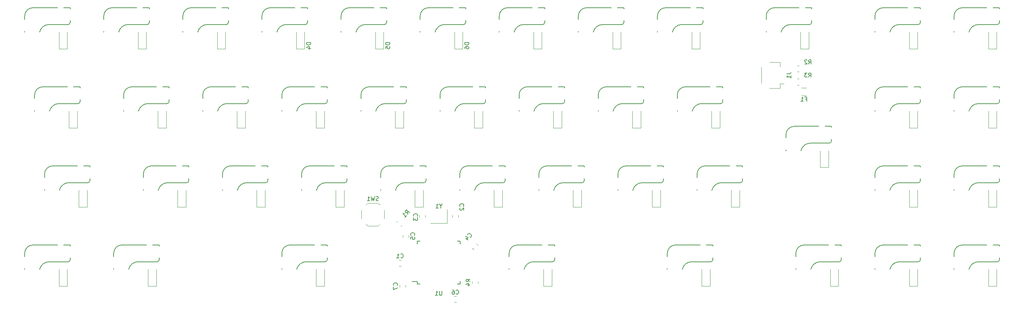
<source format=gbr>
%TF.GenerationSoftware,KiCad,Pcbnew,7.0.6*%
%TF.CreationDate,2023-07-09T11:59:42+02:00*%
%TF.ProjectId,cursed-scandinavian-iso-van,63757273-6564-42d7-9363-616e64696e61,rev?*%
%TF.SameCoordinates,Original*%
%TF.FileFunction,Legend,Bot*%
%TF.FilePolarity,Positive*%
%FSLAX46Y46*%
G04 Gerber Fmt 4.6, Leading zero omitted, Abs format (unit mm)*
G04 Created by KiCad (PCBNEW 7.0.6) date 2023-07-09 11:59:42*
%MOMM*%
%LPD*%
G01*
G04 APERTURE LIST*
%ADD10C,0.150000*%
%ADD11C,0.120000*%
G04 APERTURE END LIST*
D10*
X127476190Y-74366129D02*
X127476190Y-74842320D01*
X127809523Y-73842320D02*
X127476190Y-74366129D01*
X127476190Y-74366129D02*
X127142857Y-73842320D01*
X126285714Y-74842320D02*
X126857142Y-74842320D01*
X126571428Y-74842320D02*
X126571428Y-73842320D01*
X126571428Y-73842320D02*
X126666666Y-73985177D01*
X126666666Y-73985177D02*
X126761904Y-74080415D01*
X126761904Y-74080415D02*
X126857142Y-74128034D01*
X127730654Y-94867319D02*
X127730654Y-95676842D01*
X127730654Y-95676842D02*
X127683035Y-95772080D01*
X127683035Y-95772080D02*
X127635416Y-95819700D01*
X127635416Y-95819700D02*
X127540178Y-95867319D01*
X127540178Y-95867319D02*
X127349702Y-95867319D01*
X127349702Y-95867319D02*
X127254464Y-95819700D01*
X127254464Y-95819700D02*
X127206845Y-95772080D01*
X127206845Y-95772080D02*
X127159226Y-95676842D01*
X127159226Y-95676842D02*
X127159226Y-94867319D01*
X126159226Y-95867319D02*
X126730654Y-95867319D01*
X126444940Y-95867319D02*
X126444940Y-94867319D01*
X126444940Y-94867319D02*
X126540178Y-95010176D01*
X126540178Y-95010176D02*
X126635416Y-95105414D01*
X126635416Y-95105414D02*
X126730654Y-95153033D01*
X112433331Y-73050949D02*
X112290474Y-73098568D01*
X112290474Y-73098568D02*
X112052379Y-73098568D01*
X112052379Y-73098568D02*
X111957141Y-73050949D01*
X111957141Y-73050949D02*
X111909522Y-73003329D01*
X111909522Y-73003329D02*
X111861903Y-72908091D01*
X111861903Y-72908091D02*
X111861903Y-72812853D01*
X111861903Y-72812853D02*
X111909522Y-72717615D01*
X111909522Y-72717615D02*
X111957141Y-72669996D01*
X111957141Y-72669996D02*
X112052379Y-72622377D01*
X112052379Y-72622377D02*
X112242855Y-72574758D01*
X112242855Y-72574758D02*
X112338093Y-72527139D01*
X112338093Y-72527139D02*
X112385712Y-72479520D01*
X112385712Y-72479520D02*
X112433331Y-72384282D01*
X112433331Y-72384282D02*
X112433331Y-72289044D01*
X112433331Y-72289044D02*
X112385712Y-72193806D01*
X112385712Y-72193806D02*
X112338093Y-72146187D01*
X112338093Y-72146187D02*
X112242855Y-72098568D01*
X112242855Y-72098568D02*
X112004760Y-72098568D01*
X112004760Y-72098568D02*
X111861903Y-72146187D01*
X111528569Y-72098568D02*
X111290474Y-73098568D01*
X111290474Y-73098568D02*
X111099998Y-72384282D01*
X111099998Y-72384282D02*
X110909522Y-73098568D01*
X110909522Y-73098568D02*
X110671427Y-72098568D01*
X109766665Y-73098568D02*
X110338093Y-73098568D01*
X110052379Y-73098568D02*
X110052379Y-72098568D01*
X110052379Y-72098568D02*
X110147617Y-72241425D01*
X110147617Y-72241425D02*
X110242855Y-72336663D01*
X110242855Y-72336663D02*
X110338093Y-72384282D01*
X134536069Y-92583333D02*
X134059878Y-92250000D01*
X134536069Y-92011905D02*
X133536069Y-92011905D01*
X133536069Y-92011905D02*
X133536069Y-92392857D01*
X133536069Y-92392857D02*
X133583688Y-92488095D01*
X133583688Y-92488095D02*
X133631307Y-92535714D01*
X133631307Y-92535714D02*
X133726545Y-92583333D01*
X133726545Y-92583333D02*
X133869402Y-92583333D01*
X133869402Y-92583333D02*
X133964640Y-92535714D01*
X133964640Y-92535714D02*
X134012259Y-92488095D01*
X134012259Y-92488095D02*
X134059878Y-92392857D01*
X134059878Y-92392857D02*
X134059878Y-92011905D01*
X133869402Y-93440476D02*
X134536069Y-93440476D01*
X133488450Y-93202381D02*
X134202735Y-92964286D01*
X134202735Y-92964286D02*
X134202735Y-93583333D01*
X216066666Y-43317319D02*
X216399999Y-42841128D01*
X216638094Y-43317319D02*
X216638094Y-42317319D01*
X216638094Y-42317319D02*
X216257142Y-42317319D01*
X216257142Y-42317319D02*
X216161904Y-42364938D01*
X216161904Y-42364938D02*
X216114285Y-42412557D01*
X216114285Y-42412557D02*
X216066666Y-42507795D01*
X216066666Y-42507795D02*
X216066666Y-42650652D01*
X216066666Y-42650652D02*
X216114285Y-42745890D01*
X216114285Y-42745890D02*
X216161904Y-42793509D01*
X216161904Y-42793509D02*
X216257142Y-42841128D01*
X216257142Y-42841128D02*
X216638094Y-42841128D01*
X215733332Y-42317319D02*
X215114285Y-42317319D01*
X215114285Y-42317319D02*
X215447618Y-42698271D01*
X215447618Y-42698271D02*
X215304761Y-42698271D01*
X215304761Y-42698271D02*
X215209523Y-42745890D01*
X215209523Y-42745890D02*
X215161904Y-42793509D01*
X215161904Y-42793509D02*
X215114285Y-42888747D01*
X215114285Y-42888747D02*
X215114285Y-43126842D01*
X215114285Y-43126842D02*
X215161904Y-43222080D01*
X215161904Y-43222080D02*
X215209523Y-43269700D01*
X215209523Y-43269700D02*
X215304761Y-43317319D01*
X215304761Y-43317319D02*
X215590475Y-43317319D01*
X215590475Y-43317319D02*
X215685713Y-43269700D01*
X215685713Y-43269700D02*
X215733332Y-43222080D01*
X216066666Y-40142319D02*
X216399999Y-39666128D01*
X216638094Y-40142319D02*
X216638094Y-39142319D01*
X216638094Y-39142319D02*
X216257142Y-39142319D01*
X216257142Y-39142319D02*
X216161904Y-39189938D01*
X216161904Y-39189938D02*
X216114285Y-39237557D01*
X216114285Y-39237557D02*
X216066666Y-39332795D01*
X216066666Y-39332795D02*
X216066666Y-39475652D01*
X216066666Y-39475652D02*
X216114285Y-39570890D01*
X216114285Y-39570890D02*
X216161904Y-39618509D01*
X216161904Y-39618509D02*
X216257142Y-39666128D01*
X216257142Y-39666128D02*
X216638094Y-39666128D01*
X215685713Y-39237557D02*
X215638094Y-39189938D01*
X215638094Y-39189938D02*
X215542856Y-39142319D01*
X215542856Y-39142319D02*
X215304761Y-39142319D01*
X215304761Y-39142319D02*
X215209523Y-39189938D01*
X215209523Y-39189938D02*
X215161904Y-39237557D01*
X215161904Y-39237557D02*
X215114285Y-39332795D01*
X215114285Y-39332795D02*
X215114285Y-39428033D01*
X215114285Y-39428033D02*
X215161904Y-39570890D01*
X215161904Y-39570890D02*
X215733332Y-40142319D01*
X215733332Y-40142319D02*
X215114285Y-40142319D01*
X119501956Y-76403754D02*
X119400941Y-75831335D01*
X119906017Y-75999693D02*
X119198910Y-75292587D01*
X119198910Y-75292587D02*
X118929536Y-75561961D01*
X118929536Y-75561961D02*
X118895864Y-75662976D01*
X118895864Y-75662976D02*
X118895864Y-75730319D01*
X118895864Y-75730319D02*
X118929536Y-75831335D01*
X118929536Y-75831335D02*
X119030551Y-75932350D01*
X119030551Y-75932350D02*
X119131567Y-75966022D01*
X119131567Y-75966022D02*
X119198910Y-75966022D01*
X119198910Y-75966022D02*
X119299925Y-75932350D01*
X119299925Y-75932350D02*
X119569299Y-75662976D01*
X118828521Y-77077189D02*
X119232582Y-76673128D01*
X119030551Y-76875159D02*
X118323445Y-76168052D01*
X118323445Y-76168052D02*
X118491803Y-76201724D01*
X118491803Y-76201724D02*
X118626490Y-76201724D01*
X118626490Y-76201724D02*
X118727506Y-76168052D01*
X210791069Y-42529166D02*
X211505354Y-42529166D01*
X211505354Y-42529166D02*
X211648211Y-42481547D01*
X211648211Y-42481547D02*
X211743450Y-42386309D01*
X211743450Y-42386309D02*
X211791069Y-42243452D01*
X211791069Y-42243452D02*
X211791069Y-42148214D01*
X211791069Y-43529166D02*
X211791069Y-42957738D01*
X211791069Y-43243452D02*
X210791069Y-43243452D01*
X210791069Y-43243452D02*
X210933926Y-43148214D01*
X210933926Y-43148214D02*
X211029164Y-43052976D01*
X211029164Y-43052976D02*
X211076783Y-42957738D01*
X215252083Y-48582259D02*
X215585416Y-48582259D01*
X215585416Y-49106069D02*
X215585416Y-48106069D01*
X215585416Y-48106069D02*
X215109226Y-48106069D01*
X214204464Y-49106069D02*
X214775892Y-49106069D01*
X214490178Y-49106069D02*
X214490178Y-48106069D01*
X214490178Y-48106069D02*
X214585416Y-48248926D01*
X214585416Y-48248926D02*
X214680654Y-48344164D01*
X214680654Y-48344164D02*
X214775892Y-48391783D01*
X134217319Y-34980655D02*
X133217319Y-34980655D01*
X133217319Y-34980655D02*
X133217319Y-35218750D01*
X133217319Y-35218750D02*
X133264938Y-35361607D01*
X133264938Y-35361607D02*
X133360176Y-35456845D01*
X133360176Y-35456845D02*
X133455414Y-35504464D01*
X133455414Y-35504464D02*
X133645890Y-35552083D01*
X133645890Y-35552083D02*
X133788747Y-35552083D01*
X133788747Y-35552083D02*
X133979223Y-35504464D01*
X133979223Y-35504464D02*
X134074461Y-35456845D01*
X134074461Y-35456845D02*
X134169700Y-35361607D01*
X134169700Y-35361607D02*
X134217319Y-35218750D01*
X134217319Y-35218750D02*
X134217319Y-34980655D01*
X133217319Y-36409226D02*
X133217319Y-36218750D01*
X133217319Y-36218750D02*
X133264938Y-36123512D01*
X133264938Y-36123512D02*
X133312557Y-36075893D01*
X133312557Y-36075893D02*
X133455414Y-35980655D01*
X133455414Y-35980655D02*
X133645890Y-35933036D01*
X133645890Y-35933036D02*
X134026842Y-35933036D01*
X134026842Y-35933036D02*
X134122080Y-35980655D01*
X134122080Y-35980655D02*
X134169700Y-36028274D01*
X134169700Y-36028274D02*
X134217319Y-36123512D01*
X134217319Y-36123512D02*
X134217319Y-36313988D01*
X134217319Y-36313988D02*
X134169700Y-36409226D01*
X134169700Y-36409226D02*
X134122080Y-36456845D01*
X134122080Y-36456845D02*
X134026842Y-36504464D01*
X134026842Y-36504464D02*
X133788747Y-36504464D01*
X133788747Y-36504464D02*
X133693509Y-36456845D01*
X133693509Y-36456845D02*
X133645890Y-36409226D01*
X133645890Y-36409226D02*
X133598271Y-36313988D01*
X133598271Y-36313988D02*
X133598271Y-36123512D01*
X133598271Y-36123512D02*
X133645890Y-36028274D01*
X133645890Y-36028274D02*
X133693509Y-35980655D01*
X133693509Y-35980655D02*
X133788747Y-35933036D01*
X115167319Y-34980655D02*
X114167319Y-34980655D01*
X114167319Y-34980655D02*
X114167319Y-35218750D01*
X114167319Y-35218750D02*
X114214938Y-35361607D01*
X114214938Y-35361607D02*
X114310176Y-35456845D01*
X114310176Y-35456845D02*
X114405414Y-35504464D01*
X114405414Y-35504464D02*
X114595890Y-35552083D01*
X114595890Y-35552083D02*
X114738747Y-35552083D01*
X114738747Y-35552083D02*
X114929223Y-35504464D01*
X114929223Y-35504464D02*
X115024461Y-35456845D01*
X115024461Y-35456845D02*
X115119700Y-35361607D01*
X115119700Y-35361607D02*
X115167319Y-35218750D01*
X115167319Y-35218750D02*
X115167319Y-34980655D01*
X114167319Y-36456845D02*
X114167319Y-35980655D01*
X114167319Y-35980655D02*
X114643509Y-35933036D01*
X114643509Y-35933036D02*
X114595890Y-35980655D01*
X114595890Y-35980655D02*
X114548271Y-36075893D01*
X114548271Y-36075893D02*
X114548271Y-36313988D01*
X114548271Y-36313988D02*
X114595890Y-36409226D01*
X114595890Y-36409226D02*
X114643509Y-36456845D01*
X114643509Y-36456845D02*
X114738747Y-36504464D01*
X114738747Y-36504464D02*
X114976842Y-36504464D01*
X114976842Y-36504464D02*
X115072080Y-36456845D01*
X115072080Y-36456845D02*
X115119700Y-36409226D01*
X115119700Y-36409226D02*
X115167319Y-36313988D01*
X115167319Y-36313988D02*
X115167319Y-36075893D01*
X115167319Y-36075893D02*
X115119700Y-35980655D01*
X115119700Y-35980655D02*
X115072080Y-35933036D01*
X96117319Y-34980655D02*
X95117319Y-34980655D01*
X95117319Y-34980655D02*
X95117319Y-35218750D01*
X95117319Y-35218750D02*
X95164938Y-35361607D01*
X95164938Y-35361607D02*
X95260176Y-35456845D01*
X95260176Y-35456845D02*
X95355414Y-35504464D01*
X95355414Y-35504464D02*
X95545890Y-35552083D01*
X95545890Y-35552083D02*
X95688747Y-35552083D01*
X95688747Y-35552083D02*
X95879223Y-35504464D01*
X95879223Y-35504464D02*
X95974461Y-35456845D01*
X95974461Y-35456845D02*
X96069700Y-35361607D01*
X96069700Y-35361607D02*
X96117319Y-35218750D01*
X96117319Y-35218750D02*
X96117319Y-34980655D01*
X95450652Y-36409226D02*
X96117319Y-36409226D01*
X95069700Y-36171131D02*
X95783985Y-35933036D01*
X95783985Y-35933036D02*
X95783985Y-36552083D01*
X116948330Y-93495833D02*
X116995950Y-93448214D01*
X116995950Y-93448214D02*
X117043569Y-93305357D01*
X117043569Y-93305357D02*
X117043569Y-93210119D01*
X117043569Y-93210119D02*
X116995950Y-93067262D01*
X116995950Y-93067262D02*
X116900711Y-92972024D01*
X116900711Y-92972024D02*
X116805473Y-92924405D01*
X116805473Y-92924405D02*
X116614997Y-92876786D01*
X116614997Y-92876786D02*
X116472140Y-92876786D01*
X116472140Y-92876786D02*
X116281664Y-92924405D01*
X116281664Y-92924405D02*
X116186426Y-92972024D01*
X116186426Y-92972024D02*
X116091188Y-93067262D01*
X116091188Y-93067262D02*
X116043569Y-93210119D01*
X116043569Y-93210119D02*
X116043569Y-93305357D01*
X116043569Y-93305357D02*
X116091188Y-93448214D01*
X116091188Y-93448214D02*
X116138807Y-93495833D01*
X116043569Y-93829167D02*
X116043569Y-94495833D01*
X116043569Y-94495833D02*
X117043569Y-94067262D01*
X131135416Y-95517080D02*
X131183035Y-95564700D01*
X131183035Y-95564700D02*
X131325892Y-95612319D01*
X131325892Y-95612319D02*
X131421130Y-95612319D01*
X131421130Y-95612319D02*
X131563987Y-95564700D01*
X131563987Y-95564700D02*
X131659225Y-95469461D01*
X131659225Y-95469461D02*
X131706844Y-95374223D01*
X131706844Y-95374223D02*
X131754463Y-95183747D01*
X131754463Y-95183747D02*
X131754463Y-95040890D01*
X131754463Y-95040890D02*
X131706844Y-94850414D01*
X131706844Y-94850414D02*
X131659225Y-94755176D01*
X131659225Y-94755176D02*
X131563987Y-94659938D01*
X131563987Y-94659938D02*
X131421130Y-94612319D01*
X131421130Y-94612319D02*
X131325892Y-94612319D01*
X131325892Y-94612319D02*
X131183035Y-94659938D01*
X131183035Y-94659938D02*
X131135416Y-94707557D01*
X130278273Y-94612319D02*
X130468749Y-94612319D01*
X130468749Y-94612319D02*
X130563987Y-94659938D01*
X130563987Y-94659938D02*
X130611606Y-94707557D01*
X130611606Y-94707557D02*
X130706844Y-94850414D01*
X130706844Y-94850414D02*
X130754463Y-95040890D01*
X130754463Y-95040890D02*
X130754463Y-95421842D01*
X130754463Y-95421842D02*
X130706844Y-95517080D01*
X130706844Y-95517080D02*
X130659225Y-95564700D01*
X130659225Y-95564700D02*
X130563987Y-95612319D01*
X130563987Y-95612319D02*
X130373511Y-95612319D01*
X130373511Y-95612319D02*
X130278273Y-95564700D01*
X130278273Y-95564700D02*
X130230654Y-95517080D01*
X130230654Y-95517080D02*
X130183035Y-95421842D01*
X130183035Y-95421842D02*
X130183035Y-95183747D01*
X130183035Y-95183747D02*
X130230654Y-95088509D01*
X130230654Y-95088509D02*
X130278273Y-95040890D01*
X130278273Y-95040890D02*
X130373511Y-94993271D01*
X130373511Y-94993271D02*
X130563987Y-94993271D01*
X130563987Y-94993271D02*
X130659225Y-95040890D01*
X130659225Y-95040890D02*
X130706844Y-95088509D01*
X130706844Y-95088509D02*
X130754463Y-95183747D01*
X121102080Y-81433334D02*
X121149700Y-81385715D01*
X121149700Y-81385715D02*
X121197319Y-81242858D01*
X121197319Y-81242858D02*
X121197319Y-81147620D01*
X121197319Y-81147620D02*
X121149700Y-81004763D01*
X121149700Y-81004763D02*
X121054461Y-80909525D01*
X121054461Y-80909525D02*
X120959223Y-80861906D01*
X120959223Y-80861906D02*
X120768747Y-80814287D01*
X120768747Y-80814287D02*
X120625890Y-80814287D01*
X120625890Y-80814287D02*
X120435414Y-80861906D01*
X120435414Y-80861906D02*
X120340176Y-80909525D01*
X120340176Y-80909525D02*
X120244938Y-81004763D01*
X120244938Y-81004763D02*
X120197319Y-81147620D01*
X120197319Y-81147620D02*
X120197319Y-81242858D01*
X120197319Y-81242858D02*
X120244938Y-81385715D01*
X120244938Y-81385715D02*
X120292557Y-81433334D01*
X120197319Y-82338096D02*
X120197319Y-81861906D01*
X120197319Y-81861906D02*
X120673509Y-81814287D01*
X120673509Y-81814287D02*
X120625890Y-81861906D01*
X120625890Y-81861906D02*
X120578271Y-81957144D01*
X120578271Y-81957144D02*
X120578271Y-82195239D01*
X120578271Y-82195239D02*
X120625890Y-82290477D01*
X120625890Y-82290477D02*
X120673509Y-82338096D01*
X120673509Y-82338096D02*
X120768747Y-82385715D01*
X120768747Y-82385715D02*
X121006842Y-82385715D01*
X121006842Y-82385715D02*
X121102080Y-82338096D01*
X121102080Y-82338096D02*
X121149700Y-82290477D01*
X121149700Y-82290477D02*
X121197319Y-82195239D01*
X121197319Y-82195239D02*
X121197319Y-81957144D01*
X121197319Y-81957144D02*
X121149700Y-81861906D01*
X121149700Y-81861906D02*
X121102080Y-81814287D01*
X134515862Y-81892661D02*
X134583206Y-81892661D01*
X134583206Y-81892661D02*
X134717893Y-81825317D01*
X134717893Y-81825317D02*
X134785236Y-81757974D01*
X134785236Y-81757974D02*
X134852580Y-81623287D01*
X134852580Y-81623287D02*
X134852580Y-81488600D01*
X134852580Y-81488600D02*
X134818908Y-81387585D01*
X134818908Y-81387585D02*
X134717893Y-81219226D01*
X134717893Y-81219226D02*
X134616878Y-81118211D01*
X134616878Y-81118211D02*
X134448519Y-81017195D01*
X134448519Y-81017195D02*
X134347504Y-80983524D01*
X134347504Y-80983524D02*
X134212817Y-80983524D01*
X134212817Y-80983524D02*
X134078130Y-81050867D01*
X134078130Y-81050867D02*
X134010786Y-81118211D01*
X134010786Y-81118211D02*
X133943443Y-81252898D01*
X133943443Y-81252898D02*
X133943443Y-81320241D01*
X133505710Y-82094691D02*
X133977114Y-82566096D01*
X133404695Y-81656959D02*
X134078130Y-81993676D01*
X134078130Y-81993676D02*
X133640397Y-82431409D01*
X121803330Y-76827083D02*
X121850950Y-76779464D01*
X121850950Y-76779464D02*
X121898569Y-76636607D01*
X121898569Y-76636607D02*
X121898569Y-76541369D01*
X121898569Y-76541369D02*
X121850950Y-76398512D01*
X121850950Y-76398512D02*
X121755711Y-76303274D01*
X121755711Y-76303274D02*
X121660473Y-76255655D01*
X121660473Y-76255655D02*
X121469997Y-76208036D01*
X121469997Y-76208036D02*
X121327140Y-76208036D01*
X121327140Y-76208036D02*
X121136664Y-76255655D01*
X121136664Y-76255655D02*
X121041426Y-76303274D01*
X121041426Y-76303274D02*
X120946188Y-76398512D01*
X120946188Y-76398512D02*
X120898569Y-76541369D01*
X120898569Y-76541369D02*
X120898569Y-76636607D01*
X120898569Y-76636607D02*
X120946188Y-76779464D01*
X120946188Y-76779464D02*
X120993807Y-76827083D01*
X120898569Y-77160417D02*
X120898569Y-77779464D01*
X120898569Y-77779464D02*
X121279521Y-77446131D01*
X121279521Y-77446131D02*
X121279521Y-77588988D01*
X121279521Y-77588988D02*
X121327140Y-77684226D01*
X121327140Y-77684226D02*
X121374759Y-77731845D01*
X121374759Y-77731845D02*
X121469997Y-77779464D01*
X121469997Y-77779464D02*
X121708092Y-77779464D01*
X121708092Y-77779464D02*
X121803330Y-77731845D01*
X121803330Y-77731845D02*
X121850950Y-77684226D01*
X121850950Y-77684226D02*
X121898569Y-77588988D01*
X121898569Y-77588988D02*
X121898569Y-77303274D01*
X121898569Y-77303274D02*
X121850950Y-77208036D01*
X121850950Y-77208036D02*
X121803330Y-77160417D01*
X132915830Y-74445833D02*
X132963450Y-74398214D01*
X132963450Y-74398214D02*
X133011069Y-74255357D01*
X133011069Y-74255357D02*
X133011069Y-74160119D01*
X133011069Y-74160119D02*
X132963450Y-74017262D01*
X132963450Y-74017262D02*
X132868211Y-73922024D01*
X132868211Y-73922024D02*
X132772973Y-73874405D01*
X132772973Y-73874405D02*
X132582497Y-73826786D01*
X132582497Y-73826786D02*
X132439640Y-73826786D01*
X132439640Y-73826786D02*
X132249164Y-73874405D01*
X132249164Y-73874405D02*
X132153926Y-73922024D01*
X132153926Y-73922024D02*
X132058688Y-74017262D01*
X132058688Y-74017262D02*
X132011069Y-74160119D01*
X132011069Y-74160119D02*
X132011069Y-74255357D01*
X132011069Y-74255357D02*
X132058688Y-74398214D01*
X132058688Y-74398214D02*
X132106307Y-74445833D01*
X132106307Y-74826786D02*
X132058688Y-74874405D01*
X132058688Y-74874405D02*
X132011069Y-74969643D01*
X132011069Y-74969643D02*
X132011069Y-75207738D01*
X132011069Y-75207738D02*
X132058688Y-75302976D01*
X132058688Y-75302976D02*
X132106307Y-75350595D01*
X132106307Y-75350595D02*
X132201545Y-75398214D01*
X132201545Y-75398214D02*
X132296783Y-75398214D01*
X132296783Y-75398214D02*
X132439640Y-75350595D01*
X132439640Y-75350595D02*
X133011069Y-74779167D01*
X133011069Y-74779167D02*
X133011069Y-75398214D01*
X117797915Y-86785830D02*
X117845534Y-86833450D01*
X117845534Y-86833450D02*
X117988391Y-86881069D01*
X117988391Y-86881069D02*
X118083629Y-86881069D01*
X118083629Y-86881069D02*
X118226486Y-86833450D01*
X118226486Y-86833450D02*
X118321724Y-86738211D01*
X118321724Y-86738211D02*
X118369343Y-86642973D01*
X118369343Y-86642973D02*
X118416962Y-86452497D01*
X118416962Y-86452497D02*
X118416962Y-86309640D01*
X118416962Y-86309640D02*
X118369343Y-86119164D01*
X118369343Y-86119164D02*
X118321724Y-86023926D01*
X118321724Y-86023926D02*
X118226486Y-85928688D01*
X118226486Y-85928688D02*
X118083629Y-85881069D01*
X118083629Y-85881069D02*
X117988391Y-85881069D01*
X117988391Y-85881069D02*
X117845534Y-85928688D01*
X117845534Y-85928688D02*
X117797915Y-85976307D01*
X116845534Y-86881069D02*
X117416962Y-86881069D01*
X117131248Y-86881069D02*
X117131248Y-85881069D01*
X117131248Y-85881069D02*
X117226486Y-86023926D01*
X117226486Y-86023926D02*
X117321724Y-86119164D01*
X117321724Y-86119164D02*
X117416962Y-86166783D01*
%TO.C,MX37*%
X59633574Y-83737280D02*
X59633574Y-83967280D01*
X59633574Y-86817280D02*
X59633574Y-87287280D01*
X59133574Y-87787280D02*
X54568750Y-87787280D01*
X58083574Y-83737280D02*
X59633574Y-83737280D01*
X50683574Y-83737280D02*
X56583574Y-83737280D01*
X48683574Y-86537280D02*
X48683574Y-85737280D01*
X48683574Y-89387280D02*
X48683574Y-89627280D01*
X59133574Y-87787280D02*
G75*
G03*
X59633574Y-87287280I-1J500001D01*
G01*
X54568750Y-87787281D02*
G75*
G03*
X52274429Y-89627280I-866J-2349331D01*
G01*
X50683574Y-83737284D02*
G75*
G03*
X48683574Y-85737280I-4J-1999996D01*
G01*
%TO.C,MX40*%
X192983574Y-83737280D02*
X192983574Y-83967280D01*
X192983574Y-86817280D02*
X192983574Y-87287280D01*
X192483574Y-87787280D02*
X187918750Y-87787280D01*
X191433574Y-83737280D02*
X192983574Y-83737280D01*
X184033574Y-83737280D02*
X189933574Y-83737280D01*
X182033574Y-86537280D02*
X182033574Y-85737280D01*
X182033574Y-89387280D02*
X182033574Y-89627280D01*
X192483574Y-87787280D02*
G75*
G03*
X192983574Y-87287280I-1J500001D01*
G01*
X187918750Y-87787281D02*
G75*
G03*
X185624429Y-89627280I-866J-2349331D01*
G01*
X184033574Y-83737284D02*
G75*
G03*
X182033574Y-85737280I-4J-1999996D01*
G01*
D11*
%TO.C,Y1*%
X129000000Y-75187501D02*
X129000000Y-78487501D01*
X129000000Y-78487501D02*
X125000000Y-78487501D01*
D10*
%TO.C,U1*%
X121793750Y-82787500D02*
X121793750Y-83462500D01*
X121793750Y-82787500D02*
X122468750Y-82787500D01*
X132143750Y-82787500D02*
X132143750Y-83462500D01*
X132143750Y-93137500D02*
X132143750Y-92462500D01*
X121793750Y-93137500D02*
X122468750Y-93137500D01*
X132143750Y-82787500D02*
X131468750Y-82787500D01*
X121793750Y-92562500D02*
X120518750Y-92562500D01*
X132143750Y-93137500D02*
X131468750Y-93137500D01*
X121793750Y-93137500D02*
X121793750Y-92562500D01*
D11*
%TO.C,SW1*%
X112799999Y-78693749D02*
X112349999Y-79143749D01*
X112349999Y-79143749D02*
X109849999Y-79143749D01*
X109399999Y-78693749D02*
X109849999Y-79143749D01*
X108349999Y-75393749D02*
X108349999Y-77393749D01*
X113849999Y-75393749D02*
X113849999Y-77393749D01*
X112799999Y-74093749D02*
X112349999Y-73643749D01*
X112349999Y-73643749D02*
X109849999Y-73643749D01*
X109399999Y-74093749D02*
X109849999Y-73643749D01*
%TO.C,R4*%
X134996250Y-92522936D02*
X134996250Y-92977064D01*
X136466250Y-92522936D02*
X136466250Y-92977064D01*
%TO.C,R3*%
X213291686Y-45185000D02*
X213745814Y-45185000D01*
X213291686Y-43715000D02*
X213745814Y-43715000D01*
%TO.C,R2*%
X213291686Y-42010000D02*
X213745814Y-42010000D01*
X213291686Y-40540000D02*
X213745814Y-40540000D01*
%TO.C,R1*%
X117834165Y-79261532D02*
X118155282Y-78940415D01*
X116794718Y-78222085D02*
X117115835Y-77900968D01*
D10*
%TO.C,MX43*%
X262039824Y-83737280D02*
X262039824Y-83967280D01*
X262039824Y-86817280D02*
X262039824Y-87287280D01*
X261539824Y-87787280D02*
X256975000Y-87787280D01*
X260489824Y-83737280D02*
X262039824Y-83737280D01*
X253089824Y-83737280D02*
X258989824Y-83737280D01*
X251089824Y-86537280D02*
X251089824Y-85737280D01*
X251089824Y-89387280D02*
X251089824Y-89627280D01*
X261539824Y-87787280D02*
G75*
G03*
X262039824Y-87287280I-1J500001D01*
G01*
X256975000Y-87787281D02*
G75*
G03*
X254680679Y-89627280I-866J-2349331D01*
G01*
X253089824Y-83737284D02*
G75*
G03*
X251089824Y-85737280I-4J-1999996D01*
G01*
%TO.C,MX42*%
X242989824Y-83737280D02*
X242989824Y-83967280D01*
X242989824Y-86817280D02*
X242989824Y-87287280D01*
X242489824Y-87787280D02*
X237925000Y-87787280D01*
X241439824Y-83737280D02*
X242989824Y-83737280D01*
X234039824Y-83737280D02*
X239939824Y-83737280D01*
X232039824Y-86537280D02*
X232039824Y-85737280D01*
X232039824Y-89387280D02*
X232039824Y-89627280D01*
X242489824Y-87787280D02*
G75*
G03*
X242989824Y-87287280I-1J500001D01*
G01*
X237925000Y-87787281D02*
G75*
G03*
X235630679Y-89627280I-866J-2349331D01*
G01*
X234039824Y-83737284D02*
G75*
G03*
X232039824Y-85737280I-4J-1999996D01*
G01*
%TO.C,MX41*%
X223939824Y-83737280D02*
X223939824Y-83967280D01*
X223939824Y-86817280D02*
X223939824Y-87287280D01*
X223439824Y-87787280D02*
X218875000Y-87787280D01*
X222389824Y-83737280D02*
X223939824Y-83737280D01*
X214989824Y-83737280D02*
X220889824Y-83737280D01*
X212989824Y-86537280D02*
X212989824Y-85737280D01*
X212989824Y-89387280D02*
X212989824Y-89627280D01*
X223439824Y-87787280D02*
G75*
G03*
X223939824Y-87287280I-1J500001D01*
G01*
X218875000Y-87787281D02*
G75*
G03*
X216580679Y-89627280I-866J-2349331D01*
G01*
X214989824Y-83737284D02*
G75*
G03*
X212989824Y-85737280I-4J-1999996D01*
G01*
%TO.C,MX39*%
X154883574Y-83737280D02*
X154883574Y-83967280D01*
X154883574Y-86817280D02*
X154883574Y-87287280D01*
X154383574Y-87787280D02*
X149818750Y-87787280D01*
X153333574Y-83737280D02*
X154883574Y-83737280D01*
X145933574Y-83737280D02*
X151833574Y-83737280D01*
X143933574Y-86537280D02*
X143933574Y-85737280D01*
X143933574Y-89387280D02*
X143933574Y-89627280D01*
X154383574Y-87787280D02*
G75*
G03*
X154883574Y-87287280I-1J500001D01*
G01*
X149818750Y-87787281D02*
G75*
G03*
X147524429Y-89627280I-866J-2349331D01*
G01*
X145933574Y-83737284D02*
G75*
G03*
X143933574Y-85737280I-4J-1999996D01*
G01*
%TO.C,MX38*%
X100114824Y-83737280D02*
X100114824Y-83967280D01*
X100114824Y-86817280D02*
X100114824Y-87287280D01*
X99614824Y-87787280D02*
X95050000Y-87787280D01*
X98564824Y-83737280D02*
X100114824Y-83737280D01*
X91164824Y-83737280D02*
X97064824Y-83737280D01*
X89164824Y-86537280D02*
X89164824Y-85737280D01*
X89164824Y-89387280D02*
X89164824Y-89627280D01*
X99614824Y-87787280D02*
G75*
G03*
X100114824Y-87287280I-1J500001D01*
G01*
X95050000Y-87787281D02*
G75*
G03*
X92755679Y-89627280I-866J-2349331D01*
G01*
X91164824Y-83737284D02*
G75*
G03*
X89164824Y-85737280I-4J-1999996D01*
G01*
%TO.C,MX36*%
X38202324Y-83737280D02*
X38202324Y-83967280D01*
X38202324Y-86817280D02*
X38202324Y-87287280D01*
X37702324Y-87787280D02*
X33137500Y-87787280D01*
X36652324Y-83737280D02*
X38202324Y-83737280D01*
X29252324Y-83737280D02*
X35152324Y-83737280D01*
X27252324Y-86537280D02*
X27252324Y-85737280D01*
X27252324Y-89387280D02*
X27252324Y-89627280D01*
X37702324Y-87787280D02*
G75*
G03*
X38202324Y-87287280I-1J500001D01*
G01*
X33137500Y-87787281D02*
G75*
G03*
X30843179Y-89627280I-866J-2349331D01*
G01*
X29252324Y-83737284D02*
G75*
G03*
X27252324Y-85737280I-4J-1999996D01*
G01*
%TO.C,MX35*%
X262039824Y-64687280D02*
X262039824Y-64917280D01*
X262039824Y-67767280D02*
X262039824Y-68237280D01*
X261539824Y-68737280D02*
X256975000Y-68737280D01*
X260489824Y-64687280D02*
X262039824Y-64687280D01*
X253089824Y-64687280D02*
X258989824Y-64687280D01*
X251089824Y-67487280D02*
X251089824Y-66687280D01*
X251089824Y-70337280D02*
X251089824Y-70577280D01*
X261539824Y-68737280D02*
G75*
G03*
X262039824Y-68237280I-1J500001D01*
G01*
X256975000Y-68737281D02*
G75*
G03*
X254680679Y-70577280I-866J-2349331D01*
G01*
X253089824Y-64687284D02*
G75*
G03*
X251089824Y-66687280I-4J-1999996D01*
G01*
%TO.C,MX34*%
X242989824Y-64687280D02*
X242989824Y-64917280D01*
X242989824Y-67767280D02*
X242989824Y-68237280D01*
X242489824Y-68737280D02*
X237925000Y-68737280D01*
X241439824Y-64687280D02*
X242989824Y-64687280D01*
X234039824Y-64687280D02*
X239939824Y-64687280D01*
X232039824Y-67487280D02*
X232039824Y-66687280D01*
X232039824Y-70337280D02*
X232039824Y-70577280D01*
X242489824Y-68737280D02*
G75*
G03*
X242989824Y-68237280I-1J500001D01*
G01*
X237925000Y-68737281D02*
G75*
G03*
X235630679Y-70577280I-866J-2349331D01*
G01*
X234039824Y-64687284D02*
G75*
G03*
X232039824Y-66687280I-4J-1999996D01*
G01*
%TO.C,MX33*%
X200127324Y-64687280D02*
X200127324Y-64917280D01*
X200127324Y-67767280D02*
X200127324Y-68237280D01*
X199627324Y-68737280D02*
X195062500Y-68737280D01*
X198577324Y-64687280D02*
X200127324Y-64687280D01*
X191177324Y-64687280D02*
X197077324Y-64687280D01*
X189177324Y-67487280D02*
X189177324Y-66687280D01*
X189177324Y-70337280D02*
X189177324Y-70577280D01*
X199627324Y-68737280D02*
G75*
G03*
X200127324Y-68237280I-1J500001D01*
G01*
X195062500Y-68737281D02*
G75*
G03*
X192768179Y-70577280I-866J-2349331D01*
G01*
X191177324Y-64687284D02*
G75*
G03*
X189177324Y-66687280I-4J-1999996D01*
G01*
%TO.C,MX32*%
X181077324Y-64687280D02*
X181077324Y-64917280D01*
X181077324Y-67767280D02*
X181077324Y-68237280D01*
X180577324Y-68737280D02*
X176012500Y-68737280D01*
X179527324Y-64687280D02*
X181077324Y-64687280D01*
X172127324Y-64687280D02*
X178027324Y-64687280D01*
X170127324Y-67487280D02*
X170127324Y-66687280D01*
X170127324Y-70337280D02*
X170127324Y-70577280D01*
X180577324Y-68737280D02*
G75*
G03*
X181077324Y-68237280I-1J500001D01*
G01*
X176012500Y-68737281D02*
G75*
G03*
X173718179Y-70577280I-866J-2349331D01*
G01*
X172127324Y-64687284D02*
G75*
G03*
X170127324Y-66687280I-4J-1999996D01*
G01*
%TO.C,MX31*%
X162027324Y-64687280D02*
X162027324Y-64917280D01*
X162027324Y-67767280D02*
X162027324Y-68237280D01*
X161527324Y-68737280D02*
X156962500Y-68737280D01*
X160477324Y-64687280D02*
X162027324Y-64687280D01*
X153077324Y-64687280D02*
X158977324Y-64687280D01*
X151077324Y-67487280D02*
X151077324Y-66687280D01*
X151077324Y-70337280D02*
X151077324Y-70577280D01*
X161527324Y-68737280D02*
G75*
G03*
X162027324Y-68237280I-1J500001D01*
G01*
X156962500Y-68737281D02*
G75*
G03*
X154668179Y-70577280I-866J-2349331D01*
G01*
X153077324Y-64687284D02*
G75*
G03*
X151077324Y-66687280I-4J-1999996D01*
G01*
%TO.C,MX30*%
X142977324Y-64687280D02*
X142977324Y-64917280D01*
X142977324Y-67767280D02*
X142977324Y-68237280D01*
X142477324Y-68737280D02*
X137912500Y-68737280D01*
X141427324Y-64687280D02*
X142977324Y-64687280D01*
X134027324Y-64687280D02*
X139927324Y-64687280D01*
X132027324Y-67487280D02*
X132027324Y-66687280D01*
X132027324Y-70337280D02*
X132027324Y-70577280D01*
X142477324Y-68737280D02*
G75*
G03*
X142977324Y-68237280I-1J500001D01*
G01*
X137912500Y-68737281D02*
G75*
G03*
X135618179Y-70577280I-866J-2349331D01*
G01*
X134027324Y-64687284D02*
G75*
G03*
X132027324Y-66687280I-4J-1999996D01*
G01*
%TO.C,MX29*%
X123927324Y-64687280D02*
X123927324Y-64917280D01*
X123927324Y-67767280D02*
X123927324Y-68237280D01*
X123427324Y-68737280D02*
X118862500Y-68737280D01*
X122377324Y-64687280D02*
X123927324Y-64687280D01*
X114977324Y-64687280D02*
X120877324Y-64687280D01*
X112977324Y-67487280D02*
X112977324Y-66687280D01*
X112977324Y-70337280D02*
X112977324Y-70577280D01*
X123427324Y-68737280D02*
G75*
G03*
X123927324Y-68237280I-1J500001D01*
G01*
X118862500Y-68737281D02*
G75*
G03*
X116568179Y-70577280I-866J-2349331D01*
G01*
X114977324Y-64687284D02*
G75*
G03*
X112977324Y-66687280I-4J-1999996D01*
G01*
%TO.C,MX28*%
X104877324Y-64687280D02*
X104877324Y-64917280D01*
X104877324Y-67767280D02*
X104877324Y-68237280D01*
X104377324Y-68737280D02*
X99812500Y-68737280D01*
X103327324Y-64687280D02*
X104877324Y-64687280D01*
X95927324Y-64687280D02*
X101827324Y-64687280D01*
X93927324Y-67487280D02*
X93927324Y-66687280D01*
X93927324Y-70337280D02*
X93927324Y-70577280D01*
X104377324Y-68737280D02*
G75*
G03*
X104877324Y-68237280I-1J500001D01*
G01*
X99812500Y-68737281D02*
G75*
G03*
X97518179Y-70577280I-866J-2349331D01*
G01*
X95927324Y-64687284D02*
G75*
G03*
X93927324Y-66687280I-4J-1999996D01*
G01*
%TO.C,MX27*%
X85827324Y-64687280D02*
X85827324Y-64917280D01*
X85827324Y-67767280D02*
X85827324Y-68237280D01*
X85327324Y-68737280D02*
X80762500Y-68737280D01*
X84277324Y-64687280D02*
X85827324Y-64687280D01*
X76877324Y-64687280D02*
X82777324Y-64687280D01*
X74877324Y-67487280D02*
X74877324Y-66687280D01*
X74877324Y-70337280D02*
X74877324Y-70577280D01*
X85327324Y-68737280D02*
G75*
G03*
X85827324Y-68237280I-1J500001D01*
G01*
X80762500Y-68737281D02*
G75*
G03*
X78468179Y-70577280I-866J-2349331D01*
G01*
X76877324Y-64687284D02*
G75*
G03*
X74877324Y-66687280I-4J-1999996D01*
G01*
%TO.C,MX26*%
X66777324Y-64687280D02*
X66777324Y-64917280D01*
X66777324Y-67767280D02*
X66777324Y-68237280D01*
X66277324Y-68737280D02*
X61712500Y-68737280D01*
X65227324Y-64687280D02*
X66777324Y-64687280D01*
X57827324Y-64687280D02*
X63727324Y-64687280D01*
X55827324Y-67487280D02*
X55827324Y-66687280D01*
X55827324Y-70337280D02*
X55827324Y-70577280D01*
X66277324Y-68737280D02*
G75*
G03*
X66777324Y-68237280I-1J500001D01*
G01*
X61712500Y-68737281D02*
G75*
G03*
X59418179Y-70577280I-866J-2349331D01*
G01*
X57827324Y-64687284D02*
G75*
G03*
X55827324Y-66687280I-4J-1999996D01*
G01*
%TO.C,MX25*%
X42964824Y-64687280D02*
X42964824Y-64917280D01*
X42964824Y-67767280D02*
X42964824Y-68237280D01*
X42464824Y-68737280D02*
X37900000Y-68737280D01*
X41414824Y-64687280D02*
X42964824Y-64687280D01*
X34014824Y-64687280D02*
X39914824Y-64687280D01*
X32014824Y-67487280D02*
X32014824Y-66687280D01*
X32014824Y-70337280D02*
X32014824Y-70577280D01*
X42464824Y-68737280D02*
G75*
G03*
X42964824Y-68237280I-1J500001D01*
G01*
X37900000Y-68737281D02*
G75*
G03*
X35605679Y-70577280I-866J-2349331D01*
G01*
X34014824Y-64687284D02*
G75*
G03*
X32014824Y-66687280I-4J-1999996D01*
G01*
%TO.C,MX24*%
X262039824Y-45637280D02*
X262039824Y-45867280D01*
X262039824Y-48717280D02*
X262039824Y-49187280D01*
X261539824Y-49687280D02*
X256975000Y-49687280D01*
X260489824Y-45637280D02*
X262039824Y-45637280D01*
X253089824Y-45637280D02*
X258989824Y-45637280D01*
X251089824Y-48437280D02*
X251089824Y-47637280D01*
X251089824Y-51287280D02*
X251089824Y-51527280D01*
X261539824Y-49687280D02*
G75*
G03*
X262039824Y-49187280I-1J500001D01*
G01*
X256975000Y-49687281D02*
G75*
G03*
X254680679Y-51527280I-866J-2349331D01*
G01*
X253089824Y-45637284D02*
G75*
G03*
X251089824Y-47637280I-4J-1999996D01*
G01*
%TO.C,MX23*%
X242989824Y-45637280D02*
X242989824Y-45867280D01*
X242989824Y-48717280D02*
X242989824Y-49187280D01*
X242489824Y-49687280D02*
X237925000Y-49687280D01*
X241439824Y-45637280D02*
X242989824Y-45637280D01*
X234039824Y-45637280D02*
X239939824Y-45637280D01*
X232039824Y-48437280D02*
X232039824Y-47637280D01*
X232039824Y-51287280D02*
X232039824Y-51527280D01*
X242489824Y-49687280D02*
G75*
G03*
X242989824Y-49187280I-1J500001D01*
G01*
X237925000Y-49687281D02*
G75*
G03*
X235630679Y-51527280I-866J-2349331D01*
G01*
X234039824Y-45637284D02*
G75*
G03*
X232039824Y-47637280I-4J-1999996D01*
G01*
%TO.C,MX22*%
X221558574Y-55162280D02*
X221558574Y-55392280D01*
X221558574Y-58242280D02*
X221558574Y-58712280D01*
X221058574Y-59212280D02*
X216493750Y-59212280D01*
X220008574Y-55162280D02*
X221558574Y-55162280D01*
X212608574Y-55162280D02*
X218508574Y-55162280D01*
X210608574Y-57962280D02*
X210608574Y-57162280D01*
X210608574Y-60812280D02*
X210608574Y-61052280D01*
X221058574Y-59212280D02*
G75*
G03*
X221558574Y-58712280I-1J500001D01*
G01*
X216493750Y-59212281D02*
G75*
G03*
X214199429Y-61052280I-866J-2349331D01*
G01*
X212608574Y-55162284D02*
G75*
G03*
X210608574Y-57162280I-4J-1999996D01*
G01*
%TO.C,MX21*%
X195364824Y-45637280D02*
X195364824Y-45867280D01*
X195364824Y-48717280D02*
X195364824Y-49187280D01*
X194864824Y-49687280D02*
X190300000Y-49687280D01*
X193814824Y-45637280D02*
X195364824Y-45637280D01*
X186414824Y-45637280D02*
X192314824Y-45637280D01*
X184414824Y-48437280D02*
X184414824Y-47637280D01*
X184414824Y-51287280D02*
X184414824Y-51527280D01*
X194864824Y-49687280D02*
G75*
G03*
X195364824Y-49187280I-1J500001D01*
G01*
X190300000Y-49687281D02*
G75*
G03*
X188005679Y-51527280I-866J-2349331D01*
G01*
X186414824Y-45637284D02*
G75*
G03*
X184414824Y-47637280I-4J-1999996D01*
G01*
%TO.C,MX20*%
X176314824Y-45637280D02*
X176314824Y-45867280D01*
X176314824Y-48717280D02*
X176314824Y-49187280D01*
X175814824Y-49687280D02*
X171250000Y-49687280D01*
X174764824Y-45637280D02*
X176314824Y-45637280D01*
X167364824Y-45637280D02*
X173264824Y-45637280D01*
X165364824Y-48437280D02*
X165364824Y-47637280D01*
X165364824Y-51287280D02*
X165364824Y-51527280D01*
X175814824Y-49687280D02*
G75*
G03*
X176314824Y-49187280I-1J500001D01*
G01*
X171250000Y-49687281D02*
G75*
G03*
X168955679Y-51527280I-866J-2349331D01*
G01*
X167364824Y-45637284D02*
G75*
G03*
X165364824Y-47637280I-4J-1999996D01*
G01*
%TO.C,MX19*%
X157264824Y-45637280D02*
X157264824Y-45867280D01*
X157264824Y-48717280D02*
X157264824Y-49187280D01*
X156764824Y-49687280D02*
X152200000Y-49687280D01*
X155714824Y-45637280D02*
X157264824Y-45637280D01*
X148314824Y-45637280D02*
X154214824Y-45637280D01*
X146314824Y-48437280D02*
X146314824Y-47637280D01*
X146314824Y-51287280D02*
X146314824Y-51527280D01*
X156764824Y-49687280D02*
G75*
G03*
X157264824Y-49187280I-1J500001D01*
G01*
X152200000Y-49687281D02*
G75*
G03*
X149905679Y-51527280I-866J-2349331D01*
G01*
X148314824Y-45637284D02*
G75*
G03*
X146314824Y-47637280I-4J-1999996D01*
G01*
%TO.C,MX18*%
X138214824Y-45637280D02*
X138214824Y-45867280D01*
X138214824Y-48717280D02*
X138214824Y-49187280D01*
X137714824Y-49687280D02*
X133150000Y-49687280D01*
X136664824Y-45637280D02*
X138214824Y-45637280D01*
X129264824Y-45637280D02*
X135164824Y-45637280D01*
X127264824Y-48437280D02*
X127264824Y-47637280D01*
X127264824Y-51287280D02*
X127264824Y-51527280D01*
X137714824Y-49687280D02*
G75*
G03*
X138214824Y-49187280I-1J500001D01*
G01*
X133150000Y-49687281D02*
G75*
G03*
X130855679Y-51527280I-866J-2349331D01*
G01*
X129264824Y-45637284D02*
G75*
G03*
X127264824Y-47637280I-4J-1999996D01*
G01*
%TO.C,MX17*%
X119164824Y-45637280D02*
X119164824Y-45867280D01*
X119164824Y-48717280D02*
X119164824Y-49187280D01*
X118664824Y-49687280D02*
X114100000Y-49687280D01*
X117614824Y-45637280D02*
X119164824Y-45637280D01*
X110214824Y-45637280D02*
X116114824Y-45637280D01*
X108214824Y-48437280D02*
X108214824Y-47637280D01*
X108214824Y-51287280D02*
X108214824Y-51527280D01*
X118664824Y-49687280D02*
G75*
G03*
X119164824Y-49187280I-1J500001D01*
G01*
X114100000Y-49687281D02*
G75*
G03*
X111805679Y-51527280I-866J-2349331D01*
G01*
X110214824Y-45637284D02*
G75*
G03*
X108214824Y-47637280I-4J-1999996D01*
G01*
%TO.C,MX16*%
X100114824Y-45637280D02*
X100114824Y-45867280D01*
X100114824Y-48717280D02*
X100114824Y-49187280D01*
X99614824Y-49687280D02*
X95050000Y-49687280D01*
X98564824Y-45637280D02*
X100114824Y-45637280D01*
X91164824Y-45637280D02*
X97064824Y-45637280D01*
X89164824Y-48437280D02*
X89164824Y-47637280D01*
X89164824Y-51287280D02*
X89164824Y-51527280D01*
X99614824Y-49687280D02*
G75*
G03*
X100114824Y-49187280I-1J500001D01*
G01*
X95050000Y-49687281D02*
G75*
G03*
X92755679Y-51527280I-866J-2349331D01*
G01*
X91164824Y-45637284D02*
G75*
G03*
X89164824Y-47637280I-4J-1999996D01*
G01*
%TO.C,MX15*%
X81064824Y-45637280D02*
X81064824Y-45867280D01*
X81064824Y-48717280D02*
X81064824Y-49187280D01*
X80564824Y-49687280D02*
X76000000Y-49687280D01*
X79514824Y-45637280D02*
X81064824Y-45637280D01*
X72114824Y-45637280D02*
X78014824Y-45637280D01*
X70114824Y-48437280D02*
X70114824Y-47637280D01*
X70114824Y-51287280D02*
X70114824Y-51527280D01*
X80564824Y-49687280D02*
G75*
G03*
X81064824Y-49187280I-1J500001D01*
G01*
X76000000Y-49687281D02*
G75*
G03*
X73705679Y-51527280I-866J-2349331D01*
G01*
X72114824Y-45637284D02*
G75*
G03*
X70114824Y-47637280I-4J-1999996D01*
G01*
%TO.C,MX14*%
X62014824Y-45637280D02*
X62014824Y-45867280D01*
X62014824Y-48717280D02*
X62014824Y-49187280D01*
X61514824Y-49687280D02*
X56950000Y-49687280D01*
X60464824Y-45637280D02*
X62014824Y-45637280D01*
X53064824Y-45637280D02*
X58964824Y-45637280D01*
X51064824Y-48437280D02*
X51064824Y-47637280D01*
X51064824Y-51287280D02*
X51064824Y-51527280D01*
X61514824Y-49687280D02*
G75*
G03*
X62014824Y-49187280I-1J500001D01*
G01*
X56950000Y-49687281D02*
G75*
G03*
X54655679Y-51527280I-866J-2349331D01*
G01*
X53064824Y-45637284D02*
G75*
G03*
X51064824Y-47637280I-4J-1999996D01*
G01*
%TO.C,MX13*%
X40583574Y-45637280D02*
X40583574Y-45867280D01*
X40583574Y-48717280D02*
X40583574Y-49187280D01*
X40083574Y-49687280D02*
X35518750Y-49687280D01*
X39033574Y-45637280D02*
X40583574Y-45637280D01*
X31633574Y-45637280D02*
X37533574Y-45637280D01*
X29633574Y-48437280D02*
X29633574Y-47637280D01*
X29633574Y-51287280D02*
X29633574Y-51527280D01*
X40083574Y-49687280D02*
G75*
G03*
X40583574Y-49187280I-1J500001D01*
G01*
X35518750Y-49687281D02*
G75*
G03*
X33224429Y-51527280I-866J-2349331D01*
G01*
X31633574Y-45637284D02*
G75*
G03*
X29633574Y-47637280I-4J-1999996D01*
G01*
%TO.C,MX12*%
X262039824Y-26587280D02*
X262039824Y-26817280D01*
X262039824Y-29667280D02*
X262039824Y-30137280D01*
X261539824Y-30637280D02*
X256975000Y-30637280D01*
X260489824Y-26587280D02*
X262039824Y-26587280D01*
X253089824Y-26587280D02*
X258989824Y-26587280D01*
X251089824Y-29387280D02*
X251089824Y-28587280D01*
X251089824Y-32237280D02*
X251089824Y-32477280D01*
X261539824Y-30637280D02*
G75*
G03*
X262039824Y-30137280I-1J500001D01*
G01*
X256975000Y-30637281D02*
G75*
G03*
X254680679Y-32477280I-866J-2349331D01*
G01*
X253089824Y-26587284D02*
G75*
G03*
X251089824Y-28587280I-4J-1999996D01*
G01*
%TO.C,MX11*%
X242989824Y-26587280D02*
X242989824Y-26817280D01*
X242989824Y-29667280D02*
X242989824Y-30137280D01*
X242489824Y-30637280D02*
X237925000Y-30637280D01*
X241439824Y-26587280D02*
X242989824Y-26587280D01*
X234039824Y-26587280D02*
X239939824Y-26587280D01*
X232039824Y-29387280D02*
X232039824Y-28587280D01*
X232039824Y-32237280D02*
X232039824Y-32477280D01*
X242489824Y-30637280D02*
G75*
G03*
X242989824Y-30137280I-1J500001D01*
G01*
X237925000Y-30637281D02*
G75*
G03*
X235630679Y-32477280I-866J-2349331D01*
G01*
X234039824Y-26587284D02*
G75*
G03*
X232039824Y-28587280I-4J-1999996D01*
G01*
%TO.C,MX10*%
X216796074Y-26587280D02*
X216796074Y-26817280D01*
X216796074Y-29667280D02*
X216796074Y-30137280D01*
X216296074Y-30637280D02*
X211731250Y-30637280D01*
X215246074Y-26587280D02*
X216796074Y-26587280D01*
X207846074Y-26587280D02*
X213746074Y-26587280D01*
X205846074Y-29387280D02*
X205846074Y-28587280D01*
X205846074Y-32237280D02*
X205846074Y-32477280D01*
X216296074Y-30637280D02*
G75*
G03*
X216796074Y-30137280I-1J500001D01*
G01*
X211731250Y-30637281D02*
G75*
G03*
X209436929Y-32477280I-866J-2349331D01*
G01*
X207846074Y-26587284D02*
G75*
G03*
X205846074Y-28587280I-4J-1999996D01*
G01*
%TO.C,MX9*%
X190602324Y-26587280D02*
X190602324Y-26817280D01*
X190602324Y-29667280D02*
X190602324Y-30137280D01*
X190102324Y-30637280D02*
X185537500Y-30637280D01*
X189052324Y-26587280D02*
X190602324Y-26587280D01*
X181652324Y-26587280D02*
X187552324Y-26587280D01*
X179652324Y-29387280D02*
X179652324Y-28587280D01*
X179652324Y-32237280D02*
X179652324Y-32477280D01*
X190102324Y-30637280D02*
G75*
G03*
X190602324Y-30137280I-1J500001D01*
G01*
X185537500Y-30637281D02*
G75*
G03*
X183243179Y-32477280I-866J-2349331D01*
G01*
X181652324Y-26587284D02*
G75*
G03*
X179652324Y-28587280I-4J-1999996D01*
G01*
%TO.C,MX8*%
X171552324Y-26587280D02*
X171552324Y-26817280D01*
X171552324Y-29667280D02*
X171552324Y-30137280D01*
X171052324Y-30637280D02*
X166487500Y-30637280D01*
X170002324Y-26587280D02*
X171552324Y-26587280D01*
X162602324Y-26587280D02*
X168502324Y-26587280D01*
X160602324Y-29387280D02*
X160602324Y-28587280D01*
X160602324Y-32237280D02*
X160602324Y-32477280D01*
X171052324Y-30637280D02*
G75*
G03*
X171552324Y-30137280I-1J500001D01*
G01*
X166487500Y-30637281D02*
G75*
G03*
X164193179Y-32477280I-866J-2349331D01*
G01*
X162602324Y-26587284D02*
G75*
G03*
X160602324Y-28587280I-4J-1999996D01*
G01*
%TO.C,MX7*%
X152502324Y-26587280D02*
X152502324Y-26817280D01*
X152502324Y-29667280D02*
X152502324Y-30137280D01*
X152002324Y-30637280D02*
X147437500Y-30637280D01*
X150952324Y-26587280D02*
X152502324Y-26587280D01*
X143552324Y-26587280D02*
X149452324Y-26587280D01*
X141552324Y-29387280D02*
X141552324Y-28587280D01*
X141552324Y-32237280D02*
X141552324Y-32477280D01*
X152002324Y-30637280D02*
G75*
G03*
X152502324Y-30137280I-1J500001D01*
G01*
X147437500Y-30637281D02*
G75*
G03*
X145143179Y-32477280I-866J-2349331D01*
G01*
X143552324Y-26587284D02*
G75*
G03*
X141552324Y-28587280I-4J-1999996D01*
G01*
%TO.C,MX6*%
X133452324Y-26587280D02*
X133452324Y-26817280D01*
X133452324Y-29667280D02*
X133452324Y-30137280D01*
X132952324Y-30637280D02*
X128387500Y-30637280D01*
X131902324Y-26587280D02*
X133452324Y-26587280D01*
X124502324Y-26587280D02*
X130402324Y-26587280D01*
X122502324Y-29387280D02*
X122502324Y-28587280D01*
X122502324Y-32237280D02*
X122502324Y-32477280D01*
X132952324Y-30637280D02*
G75*
G03*
X133452324Y-30137280I-1J500001D01*
G01*
X128387500Y-30637281D02*
G75*
G03*
X126093179Y-32477280I-866J-2349331D01*
G01*
X124502324Y-26587284D02*
G75*
G03*
X122502324Y-28587280I-4J-1999996D01*
G01*
%TO.C,MX5*%
X114402324Y-26587280D02*
X114402324Y-26817280D01*
X114402324Y-29667280D02*
X114402324Y-30137280D01*
X113902324Y-30637280D02*
X109337500Y-30637280D01*
X112852324Y-26587280D02*
X114402324Y-26587280D01*
X105452324Y-26587280D02*
X111352324Y-26587280D01*
X103452324Y-29387280D02*
X103452324Y-28587280D01*
X103452324Y-32237280D02*
X103452324Y-32477280D01*
X113902324Y-30637280D02*
G75*
G03*
X114402324Y-30137280I-1J500001D01*
G01*
X109337500Y-30637281D02*
G75*
G03*
X107043179Y-32477280I-866J-2349331D01*
G01*
X105452324Y-26587284D02*
G75*
G03*
X103452324Y-28587280I-4J-1999996D01*
G01*
%TO.C,MX4*%
X95352324Y-26587280D02*
X95352324Y-26817280D01*
X95352324Y-29667280D02*
X95352324Y-30137280D01*
X94852324Y-30637280D02*
X90287500Y-30637280D01*
X93802324Y-26587280D02*
X95352324Y-26587280D01*
X86402324Y-26587280D02*
X92302324Y-26587280D01*
X84402324Y-29387280D02*
X84402324Y-28587280D01*
X84402324Y-32237280D02*
X84402324Y-32477280D01*
X94852324Y-30637280D02*
G75*
G03*
X95352324Y-30137280I-1J500001D01*
G01*
X90287500Y-30637281D02*
G75*
G03*
X87993179Y-32477280I-866J-2349331D01*
G01*
X86402324Y-26587284D02*
G75*
G03*
X84402324Y-28587280I-4J-1999996D01*
G01*
%TO.C,MX3*%
X76302324Y-26587280D02*
X76302324Y-26817280D01*
X76302324Y-29667280D02*
X76302324Y-30137280D01*
X75802324Y-30637280D02*
X71237500Y-30637280D01*
X74752324Y-26587280D02*
X76302324Y-26587280D01*
X67352324Y-26587280D02*
X73252324Y-26587280D01*
X65352324Y-29387280D02*
X65352324Y-28587280D01*
X65352324Y-32237280D02*
X65352324Y-32477280D01*
X75802324Y-30637280D02*
G75*
G03*
X76302324Y-30137280I-1J500001D01*
G01*
X71237500Y-30637281D02*
G75*
G03*
X68943179Y-32477280I-866J-2349331D01*
G01*
X67352324Y-26587284D02*
G75*
G03*
X65352324Y-28587280I-4J-1999996D01*
G01*
%TO.C,MX2*%
X57252324Y-26587280D02*
X57252324Y-26817280D01*
X57252324Y-29667280D02*
X57252324Y-30137280D01*
X56752324Y-30637280D02*
X52187500Y-30637280D01*
X55702324Y-26587280D02*
X57252324Y-26587280D01*
X48302324Y-26587280D02*
X54202324Y-26587280D01*
X46302324Y-29387280D02*
X46302324Y-28587280D01*
X46302324Y-32237280D02*
X46302324Y-32477280D01*
X56752324Y-30637280D02*
G75*
G03*
X57252324Y-30137280I-1J500001D01*
G01*
X52187500Y-30637281D02*
G75*
G03*
X49893179Y-32477280I-866J-2349331D01*
G01*
X48302324Y-26587284D02*
G75*
G03*
X46302324Y-28587280I-4J-1999996D01*
G01*
%TO.C,MX1*%
X38202324Y-26587280D02*
X38202324Y-26817280D01*
X38202324Y-29667280D02*
X38202324Y-30137280D01*
X37702324Y-30637280D02*
X33137500Y-30637280D01*
X36652324Y-26587280D02*
X38202324Y-26587280D01*
X29252324Y-26587280D02*
X35152324Y-26587280D01*
X27252324Y-29387280D02*
X27252324Y-28587280D01*
X27252324Y-32237280D02*
X27252324Y-32477280D01*
X37702324Y-30637280D02*
G75*
G03*
X38202324Y-30137280I-1J500001D01*
G01*
X33137500Y-30637281D02*
G75*
G03*
X30843179Y-32477280I-866J-2349331D01*
G01*
X29252324Y-26587284D02*
G75*
G03*
X27252324Y-28587280I-4J-1999996D01*
G01*
D11*
%TO.C,J1*%
X204671250Y-44802500D02*
X204671250Y-40922500D01*
X206641250Y-45972500D02*
X209141250Y-45972500D01*
X206641250Y-39752500D02*
X209141250Y-39752500D01*
X209141250Y-45972500D02*
X209141250Y-44922500D01*
X209141250Y-39752500D02*
X209141250Y-40802500D01*
X209141250Y-44922500D02*
X210131250Y-44922500D01*
%TO.C,F1*%
X214316686Y-45921250D02*
X215520814Y-45921250D01*
X214316686Y-47741250D02*
X215520814Y-47741250D01*
%TO.C,D43*%
X259350000Y-93641250D02*
X259350000Y-89631250D01*
X261350000Y-93641250D02*
X261350000Y-89631250D01*
X261350000Y-93641250D02*
X259350000Y-93641250D01*
%TO.C,D42*%
X240300000Y-93641250D02*
X240300000Y-89631250D01*
X242300000Y-93641250D02*
X242300000Y-89631250D01*
X242300000Y-93641250D02*
X240300000Y-93641250D01*
%TO.C,D41*%
X221250000Y-93641250D02*
X221250000Y-89631250D01*
X223250000Y-93641250D02*
X223250000Y-89631250D01*
X223250000Y-93641250D02*
X221250000Y-93641250D01*
%TO.C,D40*%
X190293750Y-93641250D02*
X190293750Y-89631250D01*
X192293750Y-93641250D02*
X192293750Y-89631250D01*
X192293750Y-93641250D02*
X190293750Y-93641250D01*
%TO.C,D39*%
X152193750Y-93641250D02*
X152193750Y-89631250D01*
X154193750Y-93641250D02*
X154193750Y-89631250D01*
X154193750Y-93641250D02*
X152193750Y-93641250D01*
%TO.C,D38*%
X97425000Y-93641250D02*
X97425000Y-89631250D01*
X99425000Y-93641250D02*
X99425000Y-89631250D01*
X99425000Y-93641250D02*
X97425000Y-93641250D01*
%TO.C,D37*%
X56943750Y-93641250D02*
X56943750Y-89631250D01*
X58943750Y-93641250D02*
X58943750Y-89631250D01*
X58943750Y-93641250D02*
X56943750Y-93641250D01*
%TO.C,D36*%
X35512500Y-93641250D02*
X35512500Y-89631250D01*
X37512500Y-93641250D02*
X37512500Y-89631250D01*
X37512500Y-93641250D02*
X35512500Y-93641250D01*
%TO.C,D35*%
X259350000Y-74591250D02*
X259350000Y-70581250D01*
X261350000Y-74591250D02*
X261350000Y-70581250D01*
X261350000Y-74591250D02*
X259350000Y-74591250D01*
%TO.C,D34*%
X240300000Y-74591250D02*
X240300000Y-70581250D01*
X242300000Y-74591250D02*
X242300000Y-70581250D01*
X242300000Y-74591250D02*
X240300000Y-74591250D01*
%TO.C,D33*%
X197437500Y-74591250D02*
X197437500Y-70581250D01*
X199437500Y-74591250D02*
X199437500Y-70581250D01*
X199437500Y-74591250D02*
X197437500Y-74591250D01*
%TO.C,D32*%
X178387500Y-74591250D02*
X178387500Y-70581250D01*
X180387500Y-74591250D02*
X180387500Y-70581250D01*
X180387500Y-74591250D02*
X178387500Y-74591250D01*
%TO.C,D31*%
X159337500Y-74591250D02*
X159337500Y-70581250D01*
X161337500Y-74591250D02*
X161337500Y-70581250D01*
X161337500Y-74591250D02*
X159337500Y-74591250D01*
%TO.C,D30*%
X140287500Y-74591250D02*
X140287500Y-70581250D01*
X142287500Y-74591250D02*
X142287500Y-70581250D01*
X142287500Y-74591250D02*
X140287500Y-74591250D01*
%TO.C,D29*%
X121237500Y-74591250D02*
X121237500Y-70581250D01*
X123237500Y-74591250D02*
X123237500Y-70581250D01*
X123237500Y-74591250D02*
X121237500Y-74591250D01*
%TO.C,D28*%
X102187500Y-74591250D02*
X102187500Y-70581250D01*
X104187500Y-74591250D02*
X104187500Y-70581250D01*
X104187500Y-74591250D02*
X102187500Y-74591250D01*
%TO.C,D27*%
X83137500Y-74591250D02*
X83137500Y-70581250D01*
X85137500Y-74591250D02*
X85137500Y-70581250D01*
X85137500Y-74591250D02*
X83137500Y-74591250D01*
%TO.C,D26*%
X64087500Y-74591250D02*
X64087500Y-70581250D01*
X66087500Y-74591250D02*
X66087500Y-70581250D01*
X66087500Y-74591250D02*
X64087500Y-74591250D01*
%TO.C,D25*%
X40275000Y-74591250D02*
X40275000Y-70581250D01*
X42275000Y-74591250D02*
X42275000Y-70581250D01*
X42275000Y-74591250D02*
X40275000Y-74591250D01*
%TO.C,D24*%
X259350000Y-55541250D02*
X259350000Y-51531250D01*
X261350000Y-55541250D02*
X261350000Y-51531250D01*
X261350000Y-55541250D02*
X259350000Y-55541250D01*
%TO.C,D23*%
X240300000Y-55541250D02*
X240300000Y-51531250D01*
X242300000Y-55541250D02*
X242300000Y-51531250D01*
X242300000Y-55541250D02*
X240300000Y-55541250D01*
%TO.C,D22*%
X218868750Y-65066250D02*
X218868750Y-61056250D01*
X220868750Y-65066250D02*
X220868750Y-61056250D01*
X220868750Y-65066250D02*
X218868750Y-65066250D01*
%TO.C,D21*%
X192675000Y-55541250D02*
X192675000Y-51531250D01*
X194675000Y-55541250D02*
X194675000Y-51531250D01*
X194675000Y-55541250D02*
X192675000Y-55541250D01*
%TO.C,D20*%
X173625000Y-55541250D02*
X173625000Y-51531250D01*
X175625000Y-55541250D02*
X175625000Y-51531250D01*
X175625000Y-55541250D02*
X173625000Y-55541250D01*
%TO.C,D19*%
X154575000Y-55541250D02*
X154575000Y-51531250D01*
X156575000Y-55541250D02*
X156575000Y-51531250D01*
X156575000Y-55541250D02*
X154575000Y-55541250D01*
%TO.C,D18*%
X135525000Y-55541250D02*
X135525000Y-51531250D01*
X137525000Y-55541250D02*
X137525000Y-51531250D01*
X137525000Y-55541250D02*
X135525000Y-55541250D01*
%TO.C,D17*%
X116475000Y-55541250D02*
X116475000Y-51531250D01*
X118475000Y-55541250D02*
X118475000Y-51531250D01*
X118475000Y-55541250D02*
X116475000Y-55541250D01*
%TO.C,D16*%
X97425000Y-55541250D02*
X97425000Y-51531250D01*
X99425000Y-55541250D02*
X99425000Y-51531250D01*
X99425000Y-55541250D02*
X97425000Y-55541250D01*
%TO.C,D15*%
X78375000Y-55541250D02*
X78375000Y-51531250D01*
X80375000Y-55541250D02*
X80375000Y-51531250D01*
X80375000Y-55541250D02*
X78375000Y-55541250D01*
%TO.C,D14*%
X59325000Y-55541250D02*
X59325000Y-51531250D01*
X61325000Y-55541250D02*
X61325000Y-51531250D01*
X61325000Y-55541250D02*
X59325000Y-55541250D01*
%TO.C,D13*%
X37893750Y-55541250D02*
X37893750Y-51531250D01*
X39893750Y-55541250D02*
X39893750Y-51531250D01*
X39893750Y-55541250D02*
X37893750Y-55541250D01*
%TO.C,D12*%
X259350000Y-36491250D02*
X259350000Y-32481250D01*
X261350000Y-36491250D02*
X261350000Y-32481250D01*
X261350000Y-36491250D02*
X259350000Y-36491250D01*
%TO.C,D11*%
X240300000Y-36491250D02*
X240300000Y-32481250D01*
X242300000Y-36491250D02*
X242300000Y-32481250D01*
X242300000Y-36491250D02*
X240300000Y-36491250D01*
%TO.C,D10*%
X214106250Y-36491250D02*
X214106250Y-32481250D01*
X216106250Y-36491250D02*
X216106250Y-32481250D01*
X216106250Y-36491250D02*
X214106250Y-36491250D01*
%TO.C,D9*%
X187912500Y-36491250D02*
X187912500Y-32481250D01*
X189912500Y-36491250D02*
X189912500Y-32481250D01*
X189912500Y-36491250D02*
X187912500Y-36491250D01*
%TO.C,D8*%
X168862500Y-36491250D02*
X168862500Y-32481250D01*
X170862500Y-36491250D02*
X170862500Y-32481250D01*
X170862500Y-36491250D02*
X168862500Y-36491250D01*
%TO.C,D7*%
X149812500Y-36491250D02*
X149812500Y-32481250D01*
X151812500Y-36491250D02*
X151812500Y-32481250D01*
X151812500Y-36491250D02*
X149812500Y-36491250D01*
%TO.C,D6*%
X130762500Y-36491250D02*
X130762500Y-32481250D01*
X132762500Y-36491250D02*
X132762500Y-32481250D01*
X132762500Y-36491250D02*
X130762500Y-36491250D01*
%TO.C,D5*%
X111712500Y-36491250D02*
X111712500Y-32481250D01*
X113712500Y-36491250D02*
X113712500Y-32481250D01*
X113712500Y-36491250D02*
X111712500Y-36491250D01*
%TO.C,D4*%
X92662500Y-36491250D02*
X92662500Y-32481250D01*
X94662500Y-36491250D02*
X94662500Y-32481250D01*
X94662500Y-36491250D02*
X92662500Y-36491250D01*
%TO.C,D3*%
X73612500Y-36491250D02*
X73612500Y-32481250D01*
X75612500Y-36491250D02*
X75612500Y-32481250D01*
X75612500Y-36491250D02*
X73612500Y-36491250D01*
%TO.C,D2*%
X54562500Y-36491250D02*
X54562500Y-32481250D01*
X56562500Y-36491250D02*
X56562500Y-32481250D01*
X56562500Y-36491250D02*
X54562500Y-36491250D01*
%TO.C,D1*%
X35512500Y-36491250D02*
X35512500Y-32481250D01*
X37512500Y-36491250D02*
X37512500Y-32481250D01*
X37512500Y-36491250D02*
X35512500Y-36491250D01*
%TO.C,C7*%
X119003750Y-93401248D02*
X119003750Y-93923752D01*
X117533750Y-93401248D02*
X117533750Y-93923752D01*
%TO.C,C6*%
X131230002Y-97572500D02*
X130707498Y-97572500D01*
X131230002Y-96102500D02*
X130707498Y-96102500D01*
%TO.C,C5*%
X118327500Y-81861253D02*
X118327500Y-81338749D01*
X119797500Y-81861253D02*
X119797500Y-81338749D01*
%TO.C,C4*%
X135396260Y-84841957D02*
X135026793Y-84472490D01*
X136435707Y-83802510D02*
X136066240Y-83433043D01*
%TO.C,C3*%
X122296250Y-77098753D02*
X122296250Y-76576249D01*
X123766250Y-77098753D02*
X123766250Y-76576249D01*
%TO.C,C2*%
X131703750Y-76576249D02*
X131703750Y-77098753D01*
X130233750Y-76576249D02*
X130233750Y-77098753D01*
%TO.C,C1*%
X117892501Y-88841250D02*
X117369997Y-88841250D01*
X117892501Y-87371250D02*
X117369997Y-87371250D01*
%TD*%
M02*

</source>
